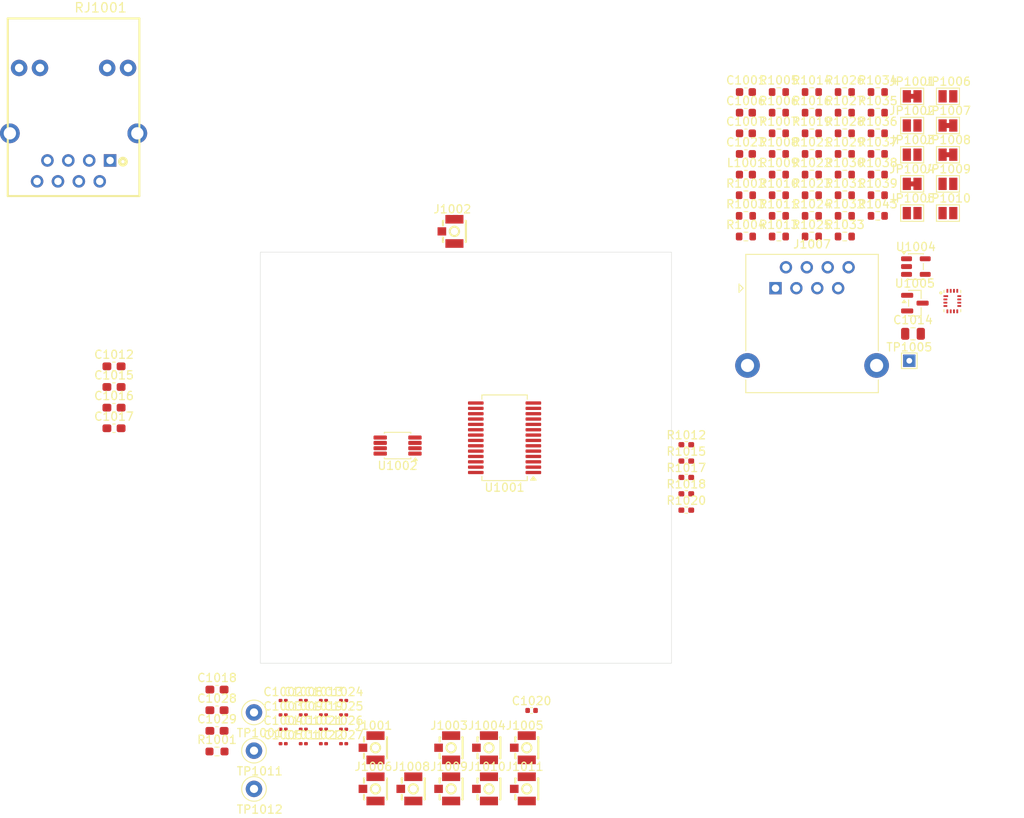
<source format=kicad_pcb>
(kicad_pcb (version 20241229) (generator "pcbnew") (generator_version "9.0")
  (layers (0 "F.Cu" signal) (2 "B.Cu" signal) (13 "F.Paste" user) (15 "B.Paste" user) (5 "F.SilkS" user "F.Silkscreen") (7 "B.SilkS" user "B.Silkscreen") (1 "F.Mask" user) (3 "B.Mask" user) (25 "Edge.Cuts" user))
  (net 0 "")
  (net 1 "/analog-frontend/ADC_REFBF")
  (net 2 "/analog-frontend/ADC_REFTF")
  (net 3 "GND")
  (net 4 "VDDA")
  (net 5 "VCORE_3V3")
  (net 6 "/analog-frontend/ADC_VOCM_BUFF")
  (net 7 "Net-(C1012-Pad1)")
  (net 8 "Net-(U1002--)")
  (net 9 "/analog-frontend/ADC_VREF")
  (net 10 "/analog-frontend/ADC_AIN+")
  (net 11 "/analog-frontend/ADC_AIN-")
  (net 12 "Net-(U1002-+)")
  (net 13 "Net-(C1016-Pad2)")
  (net 14 "Net-(C1017-Pad1)")
  (net 15 "/analog-frontend/RJ45_ADC_AIN-")
  (net 16 "Net-(C1018-Pad1)")
  (net 17 "/analog-frontend/RJ45_ADC_AIN+")
  (net 18 "/analog-frontend/ADC_VOCM_REF")
  (net 19 "Net-(C1028-Pad1)")
  (net 20 "Net-(J1011-In)")
  (net 21 "Net-(J1004-In)")
  (net 22 "Net-(C1029-Pad1)")
  (net 23 "Net-(J1001-In)")
  (net 24 "Net-(J1002-In)")
  (net 25 "Net-(J1003-In)")
  (net 26 "Net-(J1005-In)")
  (net 27 "Net-(J1006-In)")
  (net 32 "Net-(J1008-In)")
  (net 33 "Net-(J1009-In)")
  (net 34 "Net-(J1010-In)")
  (net 35 "Net-(JP1001-B)")
  (net 36 "/analog-frontend/ADC_REFTS")
  (net 37 "/analog-frontend/ADC_REFBS")
  (net 38 "/analog-frontend/ADC_MODE")
  (net 39 "/analog-frontend/ADC_REFSENSE")
  (net 40 "/analog-frontend/ADC_VDDA_2")
  (net 41 "Net-(R1001-Pad2)")
  (net 42 "FPGA_ADC_LED1")
  (net 43 "Net-(R1002-Pad1)")
  (net 44 "FPGA_ADC_LED0")
  (net 45 "Net-(R1004-Pad1)")
  (net 46 "Net-(R1007-Pad2)")
  (net 47 "Net-(R1009-Pad1)")
  (net 48 "Net-(U1003-COM1)")
  (net 49 "Net-(U1002-~{PD})")
  (net 50 "Net-(U1003-COM2)")
  (net 51 "Net-(R1018-Pad2)")
  (net 52 "Net-(R1019-Pad1)")
  (net 53 "Net-(U1001-CLAMPIN)")
  (net 54 "Net-(U1004--)")
  (net 55 "Net-(U1005-REF)")
  (net 56 "Net-(R1039-Pad2)")
  (net 57 "/analog-frontend/MAG_ADC_AIN+")
  (net 58 "/analog-frontend/MAG_ADC_AIN-")
  (net 60 "FPGA_ADC_SW")
  (net 61 "/analog-frontend/ADC.D1")
  (net 62 "/analog-frontend/ADC.CLK")
  (net 63 "/analog-frontend/ADC.D8")
  (net 64 "/analog-frontend/ADC.D3")
  (net 65 "/analog-frontend/ADC.D9")
  (net 66 "/analog-frontend/ADC.D0")
  (net 67 "/analog-frontend/ADC.D4")
  (net 68 "/analog-frontend/ADC.D7")
  (net 69 "/analog-frontend/ADC.D5")
  (net 70 "/analog-frontend/ADC.OTR")
  (net 71 "/analog-frontend/ADC.D2")
  (net 72 "/analog-frontend/ADC.D6")
  (footprint "Capacitor_SMD:C_0201_0603Metric" (layer "F.Cu") (at 105.225 158.03)
    (property "Reference" "C1010" (at 0 -1.05 0) (layer "F.SilkS"))
    (property "Value" "0.1uF")
    (pad "1" smd roundrect (at -0.32 0) (size 0.46 0.4) (layers "F.Cu" "F.Mask") (net 6 "/analog-frontend/ADC_VOCM_BUFF"))
    (pad "2" smd roundrect (at 0.32 0) (size 0.46 0.4) (layers "F.Cu" "F.Mask") (net 3 "GND"))
  )
  (footprint "Capacitor_SMD:C_0201_0603Metric" (layer "F.Cu") (at 102.775 159.78)
    (property "Reference" "C1005" (at 0 -1.05 0) (layer "F.SilkS"))
    (property "Value" "0.1uF")
    (pad "1" smd roundrect (at -0.32 0) (size 0.46 0.4) (layers "F.Cu" "F.Mask") (net 4 "VDDA"))
    (pad "2" smd roundrect (at 0.32 0) (size 0.46 0.4) (layers "F.Cu" "F.Mask") (net 3 "GND"))
  )
  (footprint "Capacitor_SMD:C_0603_1608Metric_Pad1.08x0.95mm_HandSolder" (layer "F.Cu") (at 94.725 155.71)
    (property "Reference" "C1028" (at 0 -1.43 0) (layer "F.SilkS"))
    (property "Value" "100 nF +-5%")
    (pad "1" smd roundrect (at -0.8625 0) (size 1.075 0.95) (layers "F.Cu" "F.Mask" "F.Paste") (net 19 "Net-(C1028-Pad1)"))
    (pad "2" smd roundrect (at 0.8625 0) (size 1.075 0.95) (layers "F.Cu" "F.Mask" "F.Paste") (net 20 "Net-(J1011-In)"))
  )
  (footprint "Package_TO_SOT_SMD:SOT-23" (layer "F.Cu") (at 179.6 106.2)
    (property "Reference" "U1005" (at 0 -2.4 0) (layer "F.SilkS"))
    (property "Value" "TL432DBZ")
    (pad "1" smd roundrect (at -0.9375 -0.95) (size 1.475 0.6) (layers "F.Cu" "F.Mask" "F.Paste") (net 55 "Net-(U1005-REF)"))
    (pad "2" smd roundrect (at -0.9375 0.95) (size 1.475 0.6) (layers "F.Cu" "F.Mask" "F.Paste") (net 18 "/analog-frontend/ADC_VOCM_REF"))
    (pad "3" smd roundrect (at 0.9375 0) (size 1.475 0.6) (layers "F.Cu" "F.Mask" "F.Paste") (net 3 "GND"))
  )
  (footprint "Jumper:SolderJumper-2_P1.3mm_Bridged_Pad1.0x1.5mm" (layer "F.Cu") (at 179.27 81.05)
    (property "Reference" "JP1001" (at 0 -1.8 0) (layer "F.SilkS"))
    (property "Value" "SolderJumper_2_Bridged")
    (fp_poly (pts (xy -0.25 -0.3) (xy 0.25 -0.3) (xy 0.25 0.3) (xy -0.25 0.3)) (fill yes) (layer "F.Cu"))
    (pad "1" smd rect (at -0.65 0) (size 1 1.5) (layers "F.Cu" "F.Mask") (net 3 "GND"))
    (pad "2" smd rect (at 0.65 0) (size 1 1.5) (layers "F.Cu" "F.Mask") (net 35 "Net-(JP1001-B)"))
  )
  (footprint "Capacitor_SMD:C_0201_0603Metric" (layer "F.Cu") (at 102.775 156.28)
    (property "Reference" "C1003" (at 0 -1.05 0) (layer "F.SilkS"))
    (property "Value" "0.1uF")
    (pad "1" smd roundrect (at -0.32 0) (size 0.46 0.4) (layers "F.Cu" "F.Mask") (net 2 "/analog-frontend/ADC_REFTF"))
    (pad "2" smd roundrect (at 0.32 0) (size 0.46 0.4) (layers "F.Cu" "F.Mask") (net 3 "GND"))
  )
  (footprint "Resistor_SMD:R_0603_1608Metric_Pad0.98x0.95mm_HandSolder" (layer "F.Cu") (at 94.725 160.73)
    (property "Reference" "R1001" (at 0 -1.43 0) (layer "F.SilkS"))
    (property "Value" "0")
    (pad "1" smd roundrect (at -0.9125 0) (size 0.975 0.95) (layers "F.Cu" "F.Mask" "F.Paste") (net 3 "GND"))
    (pad "2" smd roundrect (at 0.9125 0) (size 0.975 0.95) (layers "F.Cu" "F.Mask" "F.Paste") (net 41 "Net-(R1001-Pad2)"))
  )
  (footprint "Capacitor_SMD:C_0603_1608Metric_Pad1.08x0.95mm_HandSolder" (layer "F.Cu") (at 82.2 116.4)
    (property "Reference" "C1015" (at 0 -1.43 0) (layer "F.SilkS"))
    (property "Value" "10pF")
    (pad "1" smd roundrect (at -0.8625 0) (size 1.075 0.95) (layers "F.Cu" "F.Mask" "F.Paste") (net 11 "/analog-frontend/ADC_AIN-"))
    (pad "2" smd roundrect (at 0.8625 0) (size 1.075 0.95) (layers "F.Cu" "F.Mask" "F.Paste") (net 10 "/analog-frontend/ADC_AIN+"))
  )
  (footprint "Capacitor_SMD:C_0201_0603Metric" (layer "F.Cu") (at 107.675 159.78)
    (property "Reference" "C1022" (at 0 -1.05 0) (layer "F.SilkS"))
    (property "Value" "10nF")
    (pad "1" smd roundrect (at -0.32 0) (size 0.46 0.4) (layers "F.Cu" "F.Mask") (net 18 "/analog-frontend/ADC_VOCM_REF"))
    (pad "2" smd roundrect (at 0.32 0) (size 0.46 0.4) (layers "F.Cu" "F.Mask") (net 3 "GND"))
  )
  (footprint "TestPoint:TestPoint_THTPad_1.5x1.5mm_Drill0.7mm" (layer "F.Cu") (at 178.92 113.21)
    (property "Reference" "TP1005" (at 0 -1.648 0) (layer "F.SilkS"))
    (property "Value" "TestPoint")
    (pad "1" thru_hole rect (at 0 0) (size 1.5 1.5) (drill 0.7) (layers "*.Cu" "*.Mask") (net 60 "FPGA_ADC_SW"))
  )
  (footprint "Resistor_SMD:R_0603_1608Metric" (layer "F.Cu") (at 167.07 90.57)
    (property "Reference" "R1022" (at 0 -1.43 0) (layer "F.SilkS"))
    (property "Value" "0")
    (pad "1" smd roundrect (at -0.825 0) (size 0.8 0.95) (layers "F.Cu" "F.Mask" "F.Paste") (net 11 "/analog-frontend/ADC_AIN-"))
    (pad "2" smd roundrect (at 0.825 0) (size 0.8 0.95) (layers "F.Cu" "F.Mask" "F.Paste") (net 27 "Net-(J1006-In)"))
  )
  (footprint "Inductor_SMD:L_0603_1608Metric" (layer "F.Cu") (at 159.05 90.57)
    (property "Reference" "L1001" (at 0 -1.43 0) (layer "F.SilkS"))
    (property "Value" "120@100MHz")
    (pad "1" smd roundrect (at -0.7875 0) (size 0.875 0.95) (layers "F.Cu" "F.Mask" "F.Paste") (net 5 "VCORE_3V3"))
    (pad "2" smd roundrect (at 0.7875 0) (size 0.875 0.95) (layers "F.Cu" "F.Mask" "F.Paste") (net 4 "VDDA"))
  )
  (footprint "Resistor_SMD:R_0402_1005Metric_Pad0.72x0.64mm_HandSolder" (layer "F.Cu") (at 151.8 127.4)
    (property "Reference" "R1017" (at 0 -1.17 0) (layer "F.SilkS"))
    (property "Value" "0")
    (pad "1" smd roundrect (at -0.5975 0) (size 0.715 0.64) (layers "F.Cu" "F.Mask" "F.Paste") (net 47 "Net-(R1009-Pad1)"))
    (pad "2" smd roundrect (at 0.5975 0) (size 0.715 0.64) (layers "F.Cu" "F.Mask" "F.Paste") (net 10 "/analog-frontend/ADC_AIN+"))
  )
  (footprint "Resistor_SMD:R_0603_1608Metric" (layer "F.Cu") (at 175.09 95.59)
    (property "Reference" "R1043" (at 0 -1.43 0) (layer "F.SilkS"))
    (property "Value" "0")
    (pad "1" smd roundrect (at -0.825 0) (size 0.8 0.95) (layers "F.Cu" "F.Mask" "F.Paste") (net 15 "/analog-frontend/RJ45_ADC_AIN-"))
    (pad "2" smd roundrect (at 0.825 0) (size 0.8 0.95) (layers "F.Cu" "F.Mask" "F.Paste") (net 26 "Net-(J1005-In)"))
  )
  (footprint "Capacitor_SMD:C_0603_1608Metric_Pad1.08x0.95mm_HandSolder" (layer "F.Cu") (at 82.2 121.42)
    (property "Reference" "C1017" (at 0 -1.43 0) (layer "F.SilkS"))
    (property "Value" "100 nF +-5%")
    (pad "1" smd roundrect (at -0.8625 0) (size 1.075 0.95) (layers "F.Cu" "F.Mask" "F.Paste") (net 14 "Net-(C1017-Pad1)"))
    (pad "2" smd roundrect (at 0.8625 0) (size 1.075 0.95) (layers "F.Cu" "F.Mask" "F.Paste") (net 15 "/analog-frontend/RJ45_ADC_AIN-"))
  )
  (footprint "Capacitor_SMD:C_0201_0603Metric" (layer "F.Cu") (at 107.675 154.53)
    (property "Reference" "C1013" (at 0 -1.05 0) (layer "F.SilkS"))
    (property "Value" "0.1uF")
    (pad "1" smd roundrect (at -0.32 0) (size 0.46 0.4) (layers "F.Cu" "F.Mask") (net 9 "/analog-frontend/ADC_VREF"))
    (pad "2" smd roundrect (at 0.32 0) (size 0.46 0.4) (layers "F.Cu" "F.Mask") (net 3 "GND"))
  )
  (footprint "Resistor_SMD:R_0603_1608Metric" (layer "F.Cu") (at 171.08 95.59)
    (property "Reference" "R1032" (at 0 -1.43 0) (layer "F.SilkS"))
    (property "Value" "1k")
    (pad "1" smd roundrect (at -0.825 0) (size 0.8 0.95) (layers "F.Cu" "F.Mask" "F.Paste") (net 4 "VDDA"))
    (pad "2" smd roundrect (at 0.825 0) (size 0.8 0.95) (layers "F.Cu" "F.Mask" "F.Paste") (net 18 "/analog-frontend/ADC_VOCM_REF"))
  )
  (footprint "Resistor_SMD:R_0603_1608Metric" (layer "F.Cu") (at 175.09 88.06)
    (property "Reference" "R1037" (at 0 -1.43 0) (layer "F.SilkS"))
    (property "Value" "1k")
    (pad "1" smd roundrect (at -0.825 0) (size 0.8 0.95) (layers "F.Cu" "F.Mask" "F.Paste") (net 18 "/analog-frontend/ADC_VOCM_REF"))
    (pad "2" smd roundrect (at 0.825 0) (size 0.8 0.95) (layers "F.Cu" "F.Mask" "F.Paste") (net 3 "GND"))
  )
  (footprint "iw-connector:BWU.FL-IPEX1" (layer "F.Cu") (at 122.4375 160.275)
    (property "Reference" "J1003" (at 0.5125 -2.7 0) (layer "F.SilkS"))
    (property "Value" "BWU.FL-IPEX1")
    (pad "1" smd rect (at -0.7625 0 180) (size 1.05 1) (layers "F.Cu" "F.Mask" "F.Paste") (net 25 "Net-(J1003-In)"))
    (pad "2" smd rect (at 0.7625 -1.475 180) (size 2.2 1.05) (layers "F.Cu" "F.Mask" "F.Paste") (net 3 "GND"))
    (pad "2" smd rect (at 0.7625 1.475 180) (size 2.2 1.05) (layers "F.Cu" "F.Mask" "F.Paste") (net 3 "GND"))
  )
  (footprint "Resistor_SMD:R_0603_1608Metric" (layer "F.Cu") (at 175.09 90.57)
    (property "Reference" "R1038" (at 0 -1.43 0) (layer "F.SilkS"))
    (property "Value" "4.7k")
    (pad "1" smd roundrect (at -0.825 0) (size 0.8 0.95) (layers "F.Cu" "F.Mask" "F.Paste") (net 55 "Net-(U1005-REF)"))
    (pad "2" smd roundrect (at 0.825 0) (size 0.8 0.95) (layers "F.Cu" "F.Mask" "F.Paste") (net 3 "GND"))
  )
  (footprint "Capacitor_SMD:C_0201_0603Metric" (layer "F.Cu") (at 110.125 154.53)
    (property "Reference" "C1024" (at 0 -1.05 0) (layer "F.SilkS"))
    (property "Value" "0.1uF")
    (pad "1" smd roundrect (at -0.32 0) (size 0.46 0.4) (layers "F.Cu" "F.Mask") (net 4 "VDDA"))
    (pad "2" smd roundrect (at 0.32 0) (size 0.46 0.4) (layers "F.Cu" "F.Mask") (net 3 "GND"))
  )
  (footprint "TestPoint:TestPoint_Loop_D1.80mm_Drill1.0mm_Beaded" (layer "F.Cu") (at 99.225 165.28)
    (property "Reference" "TP1012" (at 0.7 2.5 0) (layer "F.SilkS"))
    (property "Value" "TestPoint")
    (pad "1" thru_hole circle (at 0 0) (size 2 2) (drill 1) (layers "*.Cu" "*.Mask") (net 6 "/analog-frontend/ADC_VOCM_BUFF"))
  )
  (footprint "Jumper:SolderJumper-2_P1.3mm_Bridged_Pad1.0x1.5mm" (layer "F.Cu") (at 183.62 88.15)
    (property "Reference" "JP1008" (at 0 -1.8 0) (layer "F.SilkS"))
    (property "Value" "SolderJumper_2_Bridged")
    (fp_poly (pts (xy -0.25 -0.3) (xy 0.25 -0.3) (xy 0.25 0.3) (xy -0.25 0.3)) (fill yes) (layer "F.Cu"))
    (pad "1" smd rect (at -0.65 0) (size 1 1.5) (layers "F.Cu" "F.Mask") (net 40 "/analog-frontend/ADC_VDDA_2"))
    (pad "2" smd rect (at 0.65 0) (size 1 1.5) (layers "F.Cu" "F.Mask") (net 38 "/analog-frontend/ADC_MODE"))
  )
  (footprint "Capacitor_SMD:C_0201_0603Metric" (layer "F.Cu") (at 110.125 158.03)
    (property "Reference" "C1026" (at 0 -1.05 0) (layer "F.SilkS"))
    (property "Value" "0.1uF")
    (pad "1" smd roundrect (at -0.32 0) (size 0.46 0.4) (layers "F.Cu" "F.Mask") (net 6 "/analog-frontend/ADC_VOCM_BUFF"))
    (pad "2" smd roundrect (at 0.32 0) (size 0.46 0.4) (layers "F.Cu" "F.Mask") (net 3 "GND"))
  )
  (footprint "Jumper:SolderJumper-2_P1.3mm_Open_Pad1.0x1.5mm" (layer "F.Cu") (at 179.27 84.6)
    (property "Reference" "JP1002" (at 0 -1.8 0) (layer "F.SilkS"))
    (property "Value" "SolderJumper_2_Open")
    (pad "1" smd rect (at -0.65 0) (size 1 1.5) (layers "F.Cu" "F.Mask") (net 9 "/analog-frontend/ADC_VREF"))
    (pad "2" smd rect (at 0.65 0) (size 1 1.5) (layers "F.Cu" "F.Mask") (net 36 "/analog-frontend/ADC_REFTS"))
  )
  (footprint "Capacitor_SMD:C_0201_0603Metric" (layer "F.Cu") (at 110.125 159.78)
    (property "Reference" "C1027" (at 0 -1.05 0) (layer "F.SilkS"))
    (property "Value" "0.1uF")
    (pad "1" smd roundrect (at -0.32 0) (size 0.46 0.4) (layers "F.Cu" "F.Mask") (net 6 "/analog-frontend/ADC_VOCM_BUFF"))
    (pad "2" smd roundrect (at 0.32 0) (size 0.46 0.4) (layers "F.Cu" "F.Mask") (net 3 "GND"))
  )
  (footprint "Resistor_SMD:R_0402_1005Metric_Pad0.72x0.64mm_HandSolder" (layer "F.Cu") (at 151.8 129.39)
    (property "Reference" "R1018" (at 0 -1.17 0) (layer "F.SilkS"))
    (property "Value" "0")
    (pad "1" smd roundrect (at -0.5975 0) (size 0.715 0.64) (layers "F.Cu" "F.Mask" "F.Paste") (net 50 "Net-(U1003-COM2)"))
    (pad "2" smd roundrect (at 0.5975 0) (size 0.715 0.64) (layers "F.Cu" "F.Mask" "F.Paste") (net 51 "Net-(R1018-Pad2)"))
  )
  (footprint "Jumper:SolderJumper-2_P1.3mm_Bridged_Pad1.0x1.5mm" (layer "F.Cu") (at 179.27 91.7)
    (property "Reference" "JP1004" (at 0 -1.8 0) (layer "F.SilkS"))
    (property "Value" "SolderJumper_2_Bridged")
    (fp_poly (pts (xy -0.25 -0.3) (xy 0.25 -0.3) (xy 0.25 0.3) (xy -0.25 0.3)) (fill yes) (layer "F.Cu"))
    (pad "1" smd rect (at -0.65 0) (size 1 1.5) (layers "F.Cu" "F.Mask") (net 37 "/analog-frontend/ADC_REFBS"))
    (pad "2" smd rect (at 0.65 0) (size 1 1.5) (layers "F.Cu" "F.Mask") (net 36 "/analog-frontend/ADC_REFTS"))
  )
  (footprint "Resistor_SMD:R_0603_1608Metric" (layer "F.Cu") (at 171.08 88.06)
    (property "Reference" "R1029" (at 0 -1.43 0) (layer "F.SilkS"))
    (property "Value" "10k")
    (pad "1" smd roundrect (at -0.825 0) (size 0.8 0.95) (layers "F.Cu" "F.Mask" "F.Paste") (net 17 "/analog-frontend/RJ45_ADC_AIN+"))
    (pad "2" smd roundrect (at 0.825 0) (size 0.8 0.95) (layers "F.Cu" "F.Mask" "F.Paste") (net 6 "/analog-frontend/ADC_VOCM_BUFF"))
  )
  (footprint "Resistor_SMD:R_0603_1608Metric" (layer "F.Cu") (at 163.06 80.53)
    (property "Reference" "R1005" (at 0 -1.43 0) (layer "F.SilkS"))
    (property "Value" "470")
    (pad "1" smd roundrect (at -0.825 0) (size 0.8 0.95) (layers "F.Cu" "F.Mask" "F.Paste") (net 3 "GND"))
    (pad "2" smd roundrect (at 0.825 0) (size 0.8 0.95) (layers "F.Cu" "F.Mask" "F.Paste") (net 44 "FPGA_ADC_LED0"))
  )
  (footprint "Jumper:SolderJumper-2_P1.3mm_Open_Pad1.0x1.5mm" (layer "F.Cu") (at 183.62 91.7)
    (property "Reference" "JP1009" (at 0 -1.8 0) (layer "F.SilkS"))
    (property "Value" "SolderJumper_2_Open")
    (pad "1" smd rect (at -0.65 0) (size 1 1.5) (layers "F.Cu" "F.Mask") (net 3 "GND"))
    (pad "2" smd rect (at 0.65 0) (size 1 1.5) (layers "F.Cu" "F.Mask") (net 39 "/analog-frontend/ADC_REFSENSE"))
  )
  (footprint "Capacitor_SMD:C_0402_1005Metric" (layer "F.Cu") (at 132.985 155.74)
    (property "Reference" "C1020" (at 0 -1.16 0) (layer "F.SilkS"))
    (property "Value" "220nF")
    (pad "1" smd roundrect (at -0.48 0) (size 0.56 0.62) (layers "F.Cu" "F.Mask" "F.Paste") (net 3 "GND"))
    (pad "2" smd roundrect (at 0.48 0) (size 0.56 0.62) (layers "F.Cu" "F.Mask" "F.Paste") (net 6 "/analog-frontend/ADC_VOCM_BUFF"))
  )
  (footprint "Jumper:SolderJumper-2_P1.3mm_Bridged_Pad1.0x1.5mm" (layer "F.Cu") (at 183.62 84.6)
    (property "Reference" "JP1007" (at 0 -1.8 0) (layer "F.SilkS"))
    (property "Value" "SolderJumper_2_Bridged")
    (fp_poly (pts (xy -0.25 -0.3) (xy 0.25 -0.3) (xy 0.25 0.3) (xy -0.25 0.3)) (fill yes) (layer "F.Cu"))
    (pad "1" smd rect (at -0.65 0) (size 1 1.5) (layers "F.Cu" "F.Mask") (net 9 "/analog-frontend/ADC_VREF"))
    (pad "2" smd rect (at 0.65 0) (size 1 1.5) (layers "F.Cu" "F.Mask") (net 39 "/analog-frontend/ADC_REFSENSE"))
  )
  (footprint "Package_SO:SSOP-28_5.3x10.2mm_P0.65mm" (layer "F.Cu") (at 129.7 122.575 180)
    (property "Reference" "U1001" (at 0 -6.05 0) (layer "F.SilkS"))
    (property "Value" "MS9280")
    (pad "1" smd roundrect (at -3.5 -4.225 180) (size 1.9 0.4) (layers "F.Cu" "F.Mask" "F.Paste") (net 3 "GND"))
    (pad "2" smd roundrect (at -3.5 -3.575 180) (size 1.9 0.4) (layers "F.Cu" "F.Mask" "F.Paste") (net 5 "VCORE_3V3"))
    (pad "3" smd roundrect (at -3.5 -2.925 180) (size 1.9 0.4) (layers "F.Cu" "F.Mask" "F.Paste") (net 66 "/analog-frontend/ADC.D0"))
    (pad "4" smd roundrect (at -3.5 -2.275 180) (size 1.9 0.4) (layers "F.Cu" "F.Mask" "F.Paste") (net 61 "/analog-frontend/ADC.D1"))
    (pad "5" smd roundrect (at -3.5 -1.625 180) (size 1.9 0.4) (layers "F.Cu" "F.Mask" "F.Paste") (net 71 "/analog-frontend/ADC.D2"))
    (pad "6" smd roundrect (at -3.5 -0.975 180) (size 1.9 0.4) (layers "F.Cu" "F.Mask" "F.Paste") (net 64 "/analog-frontend/ADC.D3"))
    (pad "7" smd roundrect (at -3.5 -0.325 180) (size 1.9 0.4) (layers "F.Cu" "F.Mask" "F.Paste") (net 67 "/analog-frontend/ADC.D4"))
    (pad "8" smd roundrect (at -3.5 0.325 180) (size 1.9 0.4) (layers "F.Cu" "F.Mask" "F.Paste") (net 69 "/analog-frontend/ADC.D5"))
    (pad "9" smd roundrect (at -3.5 0.975 180) (size 1.9 0.4) (layers "F.Cu" "F.Mask" "F.Paste") (net 72 "/analog-frontend/ADC.D6"))
    (pad "10" smd roundrect (at -3.5 1.625 180) (size 1.9 0.4) (layers "F.Cu" "F.Mask" "F.Paste") (net 68 "/analog-frontend/ADC.D7"))
    (pad "11" smd roundrect (at -3.5 2.275 180) (size 1.9 0.4) (layers "F.Cu" "F.Mask" "F.Paste") (net 63 "/analog-frontend/ADC.D8"))
    (pad "12" smd roundrect (at -3.5 2.925 180) (size 1.9 0.4) (layers "F.Cu" "F.Mask" "F.Paste") (net 65 "/analog-frontend/ADC.D9"))
    (pad "13" smd roundrect (at -3.5 3.575 180) (size 1.9 0.4) (layers "F.Cu" "F.Mask" "F.Paste") (net 70 "/analog-frontend/ADC.OTR"))
    (pad "14" smd roundrect (at -3.5 4.225 180) (size 1.9 0.4) (layers "F.Cu" "F.Mask" "F.Paste") (net 3 "GND"))
    (pad "15" smd roundrect (at 3.5 4.225 180) (size 1.9 0.4) (layers "F.Cu" "F.Mask" "F.Paste") (net 62 "/analog-frontend/ADC.CLK"))
    (pad "16" smd roundrect (at 3.5 3.575 180) (size 1.9 0.4) (layers "F.Cu" "F.Mask" "F.Paste") (net 35 "Net-(JP1001-B)"))
    (pad "17" smd roundrect (at 3.5 2.925 180) (size 1.9 0.4) (layers "F.Cu" "F.Mask" "F.Paste") (net 35 "Net-(JP1001-B)"))
    (pad "18" smd roundrect (at 3.5 2.275 180) (size 1.9 0.4) (layers "F.Cu" "F.Mask" "F.Paste") (net 39 "/analog-frontend/ADC_REFSENSE"))
    (pad "19" smd roundrect (at 3.5 1.625 180) (size 1.9 0.4) (layers "F.Cu" "F.Mask" "F.Paste") (net 3 "GND"))
    (pad "20" smd roundrect (at 3.5 0.975 180) (size 1.9 0.4) (layers "F.Cu" "F.Mask" "F.Paste") (net 53 "Net-(U1001-CLAMPIN)"))
    (pad "21" smd roundrect (at 3.5 0.325 180) (size 1.9 0.4) (layers "F.Cu" "F.Mask" "F.Paste") (net 36 "/analog-frontend/ADC_REFTS"))
    (pad "22" smd roundrect (at 3.5 -0.325 180) (size 1.9 0.4) (layers "F.Cu" "F.Mask" "F.Paste") (net 2 "/analog-frontend/ADC_REFTF"))
    (pad "23" smd roundrect (at 3.5 -0.975 180) (size 1.9 0.4) (layers "F.Cu" "F.Mask" "F.Paste") (net 38 "/analog-frontend/ADC_MODE"))
    (pad "24" smd roundrect (at 3.5 -1.625 180) (size 1.9 0.4) (layers "F.Cu" "F.Mask" "F.Paste") (net 1 "/analog-frontend/ADC_REFBF"))
    (pad "25" smd roundrect (at 3.5 -2.275 180) (size 1.9 0.4) (layers "F.Cu" "F.Mask" "F.Paste") (net 37 "/analog-frontend/ADC_REFBS"))
    (pad "26" smd roundrect (at 3.5 -2.925 180) (size 1.9 0.4) (layers "F.Cu" "F.Mask" "F.Paste") (net 9 "/analog-frontend/ADC_VREF"))
    (pad "27" smd roundrect (at 3.5 -3.575 180) (size 1.9 0.4) (layers "F.Cu" "F.Mask" "F.Paste") (net 10 "/analog-frontend/ADC_AIN+"))
    (pad "28" smd roundrect (at 3.5 -4.225 180) (size 1.9 0.4) (layers "F.Cu" "F.Mask" "F.Paste") (net 4 "VDDA"))
  )
  (footprint "Capacitor_SMD:C_0201_0603Metric" (layer "F.Cu") (at 102.775 154.53)
    (property "Reference" "C1002" (at 0 -1.05 0) (layer "F.SilkS"))
    (property "Value" "0.1uF")
    (pad "1" smd roundrect (at -0.32 0) (size 0.46 0.4) (layers "F.Cu" "F.Mask") (net 2 "/analog-frontend/ADC_REFTF"))
    (pad "2" smd roundrect (at 0.32 0) (size 0.46 0.4) (layers "F.Cu" "F.Mask") (net 1 "/analog-frontend/ADC_REFBF"))
  )
  (footprint "Capacitor_SMD:C_0603_1608Metric" (layer "F.Cu") (at 159.05 80.53)
    (property "Reference" "C1001" (at 0 -1.43 0) (layer "F.SilkS"))
    (property "Value" "10uF")
    (pad "1" smd roundrect (at -0.775 0) (size 0.9 0.95) (layers "F.Cu" "F.Mask" "F.Paste") (net 2 "/analog-frontend/ADC_REFTF"))
    (pad "2" smd roundrect (at 0.775 0) (size 0.9 0.95) (layers "F.Cu" "F.Mask" "F.Paste") (net 1 "/analog-frontend/ADC_REFBF"))
  )
  (footprint "iw-connector:BWU.FL-IPEX1" (layer "F.Cu") (at 122.8375 97.475)
    (property "Reference" "J1002" (at 0.5125 -2.7 0) (layer "F.SilkS"))
    (property "Value" "BWU.FL-IPEX1")
    (pad "1" smd rect (at -0.7625 0 180) (size 1.05 1) (layers "F.Cu" "F.Mask" "F.Paste") (net 24 "Net-(J1002-In)"))
    (pad "2" smd rect (at 0.7625 -1.475 180) (size 2.2 1.05) (layers "F.Cu" "F.Mask" "F.Paste") (net 3 "GND"))
    (pad "2" smd rect (at 0.7625 1.475 180) (size 2.2 1.05) (layers "F.Cu" "F.Mask" "F.Paste") (net 3 "GND"))
  )
  (footprint "Capacitor_SMD:C_0603_1608Metric_Pad1.08x0.95mm_HandSolder" (layer "F.Cu") (at 94.725 153.2)
    (property "Reference" "C1018" (at 0 -1.43 0) (layer "F.SilkS"))
    (property "Value" "100 nF +-5%")
    (pad "1" smd roundrect (at -0.8625 0) (size 1.075 0.95) (layers "F.Cu" "F.Mask" "F.Paste") (net 16 "Net-(C1018-Pad1)"))
    (pad "2" smd roundrect (at 0.8625 0) (size 1.075 0.95) (layers "F.Cu" "F.Mask" "F.Paste") (net 17 "/analog-frontend/RJ45_ADC_AIN+"))
  )
  (footprint "Jumper:SolderJumper-2_P1.3mm_Open_Pad1.0x1.5mm" (layer "F.Cu") (at 179.27 88.15)
    (property "Reference" "JP1003" (at 0 -1.8 0) (layer "F.SilkS"))
    (property "Value" "SolderJumper_2_Open")
    (pad "1" smd rect (at -0.65 0) (size 1 1.5) (layers "F.Cu" "F.Mask") (net 4 "VDDA"))
    (pad "2" smd rect (at 0.65 0) (size 1 1.5) (layers "F.Cu" "F.Mask") (net 36 "/analog-frontend/ADC_REFTS"))
  )
  (footprint "Resistor_SMD:R_0603_1608Metric" (layer "F.Cu") (at 175.09 83.04)
    (property "Reference" "R1035" (at 0 -1.43 0) (layer "F.SilkS"))
    (property "Value" "1k5")
    (pad "1" smd roundrect (at -0.825 0) (size 0.8 0.95) (layers "F.Cu" "F.Mask" "F.Paste") (net 18 "/analog-frontend/ADC_VOCM_REF"))
    (pad "2" smd roundrect (at 0.825 0) (size 0.8 0.95) (layers "F.Cu" "F.Mask" "F.Paste") (net 55 "Net-(U1005-REF)"))
  )
  (footprint "Resistor_SMD:R_0603_1608Metric" (layer "F.Cu") (at 167.07 80.53)
    (property "Reference" "R1014" (at 0 -1.43 0) (layer "F.SilkS"))
    (property "Value" "0")
    (pad "1" smd roundrect (at -0.825 0) (size 0.8 0.95) (layers "F.Cu" "F.Mask" "F.Paste") (net 11 "/analog-frontend/ADC_AIN-"))
    (pad "2" smd roundrect (at 0.825 0) (size 0.8 0.95) (layers "F.Cu" "F.Mask" "F.Paste") (net 36 "/analog-frontend/ADC_REFTS"))
  )
  (footprint "iw-connector:RJ45-TH_HR913550A" (layer "F.Cu") (at 77.285082 84.494957)
    (property "Reference" "RJ1001" (at 0 -14.223365 0) (layer "F.SilkS") (effects (font (size 1.143 1.143) (thickness 0.1524)) (justify left)))
    (property "Value" "HR913550A" (hide yes))
    (pad "" np_thru_hole circle (at -5.70992 -1.995043) (size 3.249981 3.249981) (drill 3.249981) (layers "*.Cu" "*.Mask"))
    (pad "" np_thru_hole circle (at 5.70992 -1.995043) (size 3.249981 3.249981) (drill 3.249981) (layers "*.Cu" "*.Mask"))
    (pad "1" thru_hole rect (at 4.43992 4.354957 90) (size 1.524 1.524) (drill 0.900024) (layers "*.Cu" "*.Mask") (net 58 "/analog-frontend/MAG_ADC_AIN-"))
    (pad "2" thru_hole circle (at 3.18008 6.894957 90) (size 1.524 1.524) (drill 0.900024) (layers "*.Cu" "*.Mask") (net 57 "/analog-frontend/MAG_ADC_AIN+"))
    (pad "3" thru_hole circle (at 1.89992 4.354957 90) (size 1.524 1.524) (drill 0.900024) (layers "*.Cu" "*.Mask") (net 33 "Net-(J1009-In)"))
    (pad "4" thru_hole circle (at 0.64008 6.894957 90) (size 1.524 1.524) (drill 0.900024) (layers "*.Cu" "*.Mask") (net 56 "Net-(R1039-Pad2)"))
    (pad "5" thru_hole circle (at -0.64008 4.354957 90) (size 1.524 1.524) (drill 0.900024) (layers "*.Cu" "*.Mask") (net 3 "GND"))
    (pad "6" thru_hole circle (at -1.89992 6.894957 90) (size 1.524 1.524) (drill 0.900024) (layers "*.Cu" "*.Mask") (net 34 "Net-(J1010-In)"))
    (pad "7" thru_hole circle (at -3.18008 4.354957 90) (size 1.524 1.524) (drill 0.900024) (layers "*.Cu" "*.Mask"))
    (pad "8" thru_hole circle (at -4.43992 6.894957 90) (size 1.524 1.524) (drill 0.900024) (layers "*.Cu" "*.Mask") (net 3 "GND"))
    (pad "9" thru_hole circle (at 6.625082 -6.894957 90) (size 1.999996 1.999996) (drill 1.020013) (layers "*.Cu" "*.Mask") (net 4 "VDDA"))
    (pad "10" thru_hole circle (at 4.085082 -6.894957 90) (size 1.999996 1.999996) (drill 1.020013) (layers "*.Cu" "*.Mask") (net 45 "Net-(R1004-Pad1)"))
    (pad "11" thru_hole circle (at -4.085082 -6.894957 90) (size 1.999996 1.999996) (drill 1.020013) (layers "*.Cu" "*.Mask") (net 43 "Net-(R1002-Pad1)"))
    (pad "12" thru_hole circle (at -6.625082 -6.894957 90) (size 1.999996 1.999996) (drill 1.020013) (layers "*.Cu" "*.Mask") (net 4 "VDDA"))
    (pad "13" thru_hole circle (at 7.750048 1.054989 90) (size 2.400046 2.400046) (drill 1.500022) (layers "*.Cu" "*.Mask") (net 41 "Net-(R1001-Pad2)"))
    (pad "14" thru_hole circle (at -7.750048 1.054989 90) (size 2.400046 2.400046) (drill 1.500022) (layers "*.Cu" "*.Mask") (net 41 "Net-(R1001-Pad2)"))
  )
  (footprint "Resistor_SMD:R_0603_1608Metric" (layer "F.Cu") (at 171.08 93.08)
    (property "Reference" "R1031" (at 0 -1.43 0) (layer "F.SilkS"))
    (property "Value" "1k")
    (pad "1" smd roundrect (at -0.825 0) (size 0.8 0.95) (layers "F.Cu" "F.Mask" "F.Paste") (net 40 "/analog-frontend/ADC_VDDA_2"))
    (pad "2" smd roundrect (at 0.825 0) (size 0.8 0.95) (layers "F.Cu" "F.Mask" "F.Paste") (net 3 "GND"))
  )
  (footprint "Capacitor_SMD:C_0201_0603Metric" (layer "F.Cu") (at 107.675 156.28)
    (property "Reference" "C1019" (at 0 -1.05 0) (layer "F.SilkS"))
    (property "Value" "0.1uF")
    (pad "1" smd roundrect (at -0.32 0) (size 0.46 0.4) (layers "F.Cu" "F.Mask") (net 4 "VDDA"))
    (pad "2" smd roundrect (at 0.32 0) (size 0.46 0.4) (layers "F.Cu" "F.Mask") (net 3 "GND"))
  )
  (footprint "Capacitor_SMD:C_0603_1608Metric" (layer "F.Cu") (at 159.05 83.04)
    (property "Reference" "C1006" (at 0 -1.43 0) (layer "F.SilkS"))
    (property "Value" "10uF")
    (pad "1" smd roundrect (at -0.775 0) (size 0.9 0.95) (layers "F.Cu" "F.Mask" "F.Paste") (net 4 "VDDA"))
    (pad "2" smd roundrect (at 0.775 0) (size 0.9 0.95) (layers "F.Cu" "F.Mask" "F.Paste") (net 3 "GND"))
  )
  (footprint "Resistor_SMD:R_0603_1608Metric" (layer "F.Cu") (at 167.07 93.08)
    (property "Reference" "R1023" (at 0 -1.43 0) (layer "F.SilkS"))
    (property "Value" "10k")
    (pad "1" smd roundrect (at -0.825 0) (size 0.8 0.95) (layers "F.Cu" "F.Mask" "F.Paste") (net 6 "/analog-frontend/ADC_VOCM_BUFF"))
    (pad "2" smd roundrect (at 0.825 0) (size 0.8 0.95) (layers "F.Cu" "F.Mask" "F.Paste") (net 27 "Net-(J1006-In)"))
  )
  (footprint "Resistor_SMD:R_0603_1608Metric" (layer "F.Cu") (at 167.07 83.04)
    (property "Reference" "R1016" (at 0 -1.43 0) (layer "F.SilkS"))
    (property "Value" "47")
    (pad "1" smd roundrect (at -0.825 0) (size 0.8 0.95) (layers "F.Cu" "F.Mask" "F.Paste") (net 47 "Net-(R1009-Pad1)"))
    (pad "2" smd roundrect (at 0.825 0) (size 0.8 0.95) (layers "F.Cu" "F.Mask" "F.Paste") (net 7 "Net-(C1012-Pad1)"))
  )
  (footprint "Resistor_SMD:R_0603_1608Metric" (layer "F.Cu") (at 171.08 80.53)
    (property "Reference" "R1026" (at 0 -1.43 0) (layer "F.SilkS"))
    (property "Value" "0")
    (pad "1" smd roundrect (at -0.825 0) (size 0.8 0.95) (layers "F.Cu" "F.Mask" "F.Paste") (net 51 "Net-(R1018-Pad2)"))
    (pad "2" smd roundrect (at 0.825 0) (size 0.8 0.95) (layers "F.Cu" "F.Mask" "F.Paste") (net 32 "Net-(J1008-In)"))
  )
  (footprint "Jumper:SolderJumper-2_P1.3mm_Open_Pad1.0x1.5mm" (layer "F.Cu") (at 183.62 95.25)
    (property "Reference" "JP1010" (at 0 -1.8 0) (layer "F.SilkS"))
    (property "Value" "SolderJumper_2_Open")
    (pad "1" smd rect (at -0.65 0) (size 1 1.5) (layers "F.Cu" "F.Mask") (net 3 "GND"))
    (pad "2" smd rect (at 0.65 0) (size 1 1.5) (layers "F.Cu" "F.Mask") (net 38 "/analog-frontend/ADC_MODE"))
  )
  (footprint "TestPoint:TestPoint_Loop_D1.80mm_Drill1.0mm_Beaded" (layer "F.Cu") (at 99.225 160.63)
    (property "Reference" "TP1011" (at 0.7 2.5 0) (layer "F.SilkS"))
    (property "Value" "TestPoint")
    (pad "1" thru_hole circle (at 0 0) (size 2 2) (drill 1) (layers "*.Cu" "*.Mask") (net 18 "/analog-frontend/ADC_VOCM_REF"))
  )
  (footprint "Resistor_SMD:R_0603_1608Metric" (layer "F.Cu") (at 167.07 88.06)
    (property "Reference" "R1021" (at 0 -1.43 0) (layer "F.SilkS"))
    (property "Value" "1k")
    (pad "1" smd roundrect (at -0.825 0) (size 0.8 0.95) (layers "F.Cu" "F.Mask" "F.Paste") (net 12 "Net-(U1002-+)"))
    (pad "2" smd roundrect (at 0.825 0) (size 0.8 0.95) (layers "F.Cu" "F.Mask" "F.Paste") (net 51 "Net-(R1018-Pad2)"))
  )
  (footprint "Resistor_SMD:R_0603_1608Metric" (layer "F.Cu") (at 175.09 80.53)
    (property "Reference" "R1034" (at 0 -1.43 0) (layer "F.SilkS"))
    (property "Value" "1k")
    (pad "1" smd roundrect (at -0.825 0) (size 0.8 0.95) (layers "F.Cu" "F.Mask" "F.Paste") (net 4 "VDDA"))
    (pad "2" smd roundrect (at 0.825 0) (size 0.8 0.95) (layers "F.Cu" "F.Mask" "F.Paste") (net 18 "/analog-frontend/ADC_VOCM_REF"))
  )
  (footprint "Jumper:SolderJumper-2_P1.3mm_Open_Pad1.0x1.5mm" (layer "F.Cu") (at 183.62 81.05)
    (property "Reference" "JP1006" (at 0 -1.8 0) (layer "F.SilkS"))
    (property "Value" "SolderJumper_2_Open")
    (pad "1" smd rect (at -0.65 0) (size 1 1.5) (layers "F.Cu" "F.Mask") (net 4 "VDDA"))
    (pad "2" smd rect (at 0.65 0) (size 1 1.5) (layers "F.Cu" "F.Mask") (net 38 "/analog-frontend/ADC_MODE"))
  )
  (footprint "Resistor_SMD:R_0603_1608Metric" (layer "F.Cu") (at 167.07 85.55)
    (property "Reference" "R1019" (at 0 -1.43 0) (layer "F.SilkS"))
    (property "Value" "47")
    (pad "1" smd roundrect (at -0.825 0) (size 0.8 0.95) (layers "F.Cu" "F.Mask" "F.Paste") (net 52 "Net-(R1019-Pad1)"))
    (pad "2" smd roundrect (at 0.825 0) (size 0.8 0.95) (layers "F.Cu" "F.Mask" "F.Paste") (net 13 "Net-(C1016-Pad2)"))
  )
  (footprint "Jumper:SolderJumper-2_P1.3mm_Open_Pad1.0x1.5mm" (layer "F.Cu") (at 179.27 95.25)
    (property "Reference" "JP1005" (at 0 -1.8 0) (layer "F.SilkS"))
    (property "Value" "SolderJumper_2_Open")
    (pad "1" smd rect (at -0.65 0) (size 1 1.5) (layers "F.Cu" "F.Mask") (net 3 "GND"))
    (pad "2" smd rect (at 0.65 0) (size 1 1.5) (layers "F.Cu" "F.Mask") (net 37 "/analog-frontend/ADC_REFBS"))
  )
  (footprint "Resistor_SMD:R_0603_1608Metric" (layer "F.Cu") (at 175.09 85.55)
    (property "Reference" "R1036" (at 0 -1.43 0) (layer "F.SilkS"))
    (property "Value" "1k")
    (pad "1" smd roundrect (at -0.825 0) (size 0.8 0.95) (layers "F.Cu" "F.Mask" "F.Paste") (net 3 "GND"))
    (pad "2" smd roundrect (at 0.825 0) (size 0.8 0.95) (layers "F.Cu" "F.Mask" "F.Paste") (net 54 "Net-(U1004--)"))
  )
  (footprint "iw-connector:BWU.FL-IPEX1" (layer "F.Cu") (at 113.2375 165.275)
    (property "Reference" "J1006" (at 0.5125 -2.7 0) (layer "F.SilkS"))
    (property "Value" "BWU.FL-IPEX1")
    (pad "1" smd rect (at -0.7625 0 180) (size 1.05 1) (layers "F.Cu" "F.Mask" "F.Paste") (net 27 "Net-(J1006-In)"))
    (pad "2" smd rect (at 0.7625 -1.475 180) (size 2.2 1.05) (layers "F.Cu" "F.Mask" "F.Paste") (net 3 "GND"))
    (pad "2" smd rect (at 0.7625 1.475 180) (size 2.2 1.05) (layers "F.Cu" "F.Mask" "F.Paste") (net 3 "GND"))
  )
  (footprint "Capacitor_SMD:C_0201_0603Metric" (layer "F.Cu") (at 107.675 158.03)
    (property "Reference" "C1021" (at 0 -1.05 0) (layer "F.SilkS"))
    (property "Value" "0.1uF")
    (pad "1" smd roundrect (at -0.32 0) (size 0.46 0.4) (layers "F.Cu" "F.Mask") (net 4 "VDDA"))
    (pad "2" smd roundrect (at 0.32 0) (size 0.46 0.4) (layers "F.Cu" "F.Mask") (net 3 "GND"))
  )
  (footprint "Resistor_SMD:R_0603_1608Metric" (layer "F.Cu") (at 171.08 85.55)
    (property "Reference" "R1028" (at 0 -1.43 0) (layer "F.SilkS"))
    (property "Value" "10k")
    (pad "1" smd roundrect (at -0.825 0) (size 0.8 0.95) (layers "F.Cu" "F.Mask" "F.Paste") (net 6 "/analog-frontend/ADC_VOCM_BUFF"))
    (pad "2" smd roundrect (at 0.825 0) (size 0.8 0.95) (layers "F.Cu" "F.Mask" "F.Paste") (net 32 "Net-(J1008-In)"))
  )
  (footprint "iw-analog:QFN40P260X180X60-16N_Fv1.2" (layer "F.Cu") (at 184.155 105.9515)
    (property "Reference" "U1003" (hide yes))
    (property "Value" "DGQ2788AEN-T1-GE4")
    (pad "1" smd roundrect (at -0.795 -0.6 180) (size 0.562 0.225) (layers "F.Cu" "F.Mask" "F.Paste") (roundrect_rratio 0.125) (net 57 "/analog-frontend/MAG_ADC_AIN+"))
    (pad "2" smd roundrect (at -0.845 -0.2 180) (size 0.463 0.22) (layers "F.Cu" "F.Mask" "F.Paste") (roundrect_rratio 0.125) (net 3 "GND"))
    (pad "3" smd roundrect (at -0.845 0.2 180) (size 0.463 0.22) (layers "F.Cu" "F.Mask" "F.Paste") (roundrect_rratio 0.125))
    (pad "4" smd roundrect (at -0.845 0.6 180) (size 0.463 0.22) (layers "F.Cu" "F.Mask" "F.Paste") (roundrect_rratio 0.125))
    (pad "5" smd roundrect (at -0.6 1.245 270) (size 0.463 0.22) (layers "F.Cu" "F.Mask" "F.Paste") (roundrect_rratio 0.125))
    (pad "6" smd roundrect (at -0.2 1.245 270) (size 0.463 0.22) (layers "F.Cu" "F.Mask" "F.Paste") (roundrect_rratio 0.125))
    (pad "7" smd roundrect (at 0.2 1.245 270) (size 0.463 0.22) (layers "F.Cu" "F.Mask" "F.Paste") (roundrect_rratio 0.125))
    (pad "8" smd roundrect (at 0.6 1.245 270) (size 0.463 0.22) (layers "F.Cu" "F.Mask" "F.Paste") (roundrect_rratio 0.125))
    (pad "9" smd roundrect (at 0.845 0.6 180) (size 0.463 0.22) (layers "F.Cu" "F.Mask" "F.Paste") (roundrect_rratio 0.125))
    (pad "10" smd roundrect (at 0.845 0.2 180) (size 0.463 0.22) (layers "F.Cu" "F.Mask" "F.Paste") (roundrect_rratio 0.125) (net 4 "VDDA"))
    (pad "11" smd roundrect (at 0.845 -0.2 180) (size 0.463 0.22) (layers "F.Cu" "F.Mask" "F.Paste") (roundrect_rratio 0.125) (net 15 "/analog-frontend/RJ45_ADC_AIN-"))
    (pad "12" smd roundrect (at 0.845 -0.6 180) (size 0.463 0.22) (layers "F.Cu" "F.Mask" "F.Paste") (roundrect_rratio 0.125) (net 48 "Net-(U1003-COM1)"))
    (pad "13" smd roundrect (at 0.6 -1.245 270) (size 0.463 0.22) (layers "F.Cu" "F.Mask" "F.Paste") (roundrect_rratio 0.125) (net 58 "/analog-frontend/MAG_ADC_AIN-"))
    (pad "14" smd roundrect (at 0.2 -1.245 270) (size 0.463 0.22) (layers "F.Cu" "F.Mask" "F.Paste") (roundrect_rratio 0.125) (net 60 "FPGA_ADC_SW"))
    (pad "15" smd roundrect (at -0.2 -1.245 270) (size 0.463 0.22) (layers "F.Cu" "F.Mask" "F.Paste") (roundrect_rratio 0.125) (net 17 "/analog-frontend/RJ45_ADC_AIN+"))
    (pad "16" smd roundrect (at -0.6 -1.245 270) (size 0.463 0.22) (layers "F.Cu" "F.Mask" "F.Paste") (roundrect_rratio 0.125) (net 50 "Net-(U1003-COM2)"))
  )
  (footprint "Resistor_SMD:R_0603_1608Metric" (layer "F.Cu") (at 163.06 85.55)
    (property "Reference" "R1007" (at 0 -1.43 0) (layer "F.SilkS"))
    (property "Value" "0")
    (pad "1" smd roundrect (at -0.825 0) (size 0.8 0.95) (layers "F.Cu" "F.Mask" "F.Paste") (net 23 "Net-(J1001-In)"))
    (pad "2" smd roundrect (at 0.825 0) (size 0.8 0.95) (layers "F.Cu" "F.Mask" "F.Paste") (net 46 "Net-(R1007-Pad2)"))
  )
  (footprint "Resistor_SMD:R_0603_1608Metric" (layer "F.Cu") (at 175.09 93.08)
    (property "Reference" "R1039" (at 0 -1.43 0) (layer "F.SilkS"))
    (property "Value" "0")
    (pad "1" smd roundrect (at -0.825 0) (size 0.8 0.95) (layers "F.Cu" "F.Mask" "F.Paste") (net 6 "/analog-frontend/ADC_VOCM_BUFF"))
    (pad "2" smd roundrect (at 0.825 0) (size 0.8 0.95) (layers "F.Cu" "F.Mask" "F.Paste") (net 56 "Net-(R1039-Pad2)"))
  )
  (footprint "Capacitor_SMD:C_0805_2012Metric" (layer "F.Cu") (at 179.37 109.93)
    (property "Reference" "C1014" (at 0 -1.68 0) (layer "F.SilkS"))
    (property "Value" "1uF")
    (pad "1" smd roundrect (at -0.95 0) (size 1 1.45) (layers "F.Cu" "F.Mask" "F.Paste") (net 9 "/analog-frontend/ADC_VREF"))
    (pad "2" smd roundrect (at 0.95 0) (size 1 1.45) (layers "F.Cu" "F.Mask" "F.Paste") (net 3 "GND"))
  )
  (footprint "Capacitor_SMD:C_0201_0603Metric" (layer "F.Cu") (at 105.225 159.78)
    (property "Reference" "C1011" (at 0 -1.05 0) (layer "F.SilkS"))
    (property "Value" "0.1uF")
    (pad "1" smd roundrect (at -0.32 0) (size 0.46 0.4) (layers "F.Cu" "F.Mask") (net 6 "/analog-frontend/ADC_VOCM_BUFF"))
    (pad "2" smd roundrect (at 0.32 0) (size 0.46 0.4) (layers "F.Cu" "F.Mask") (net 3 "GND"))
  )
  (footprint "Capacitor_SMD:C_0603_1608Metric_Pad1.08x0.95mm_HandSolder" (layer "F.Cu") (at 82.2 113.89)
    (property "Reference" "C1012" (at 0 -1.43 0) (layer "F.SilkS"))
    (property "Value" "10pF")
    (pad "1" smd roundrect (at -0.8625 0) (size 1.075 0.95) (layers "F.Cu" "F.Mask" "F.Paste") (net 7 "Net-(C1012-Pad1)"))
    (pad "2" smd roundrect (at 0.8625 0) (size 1.075 0.95) (layers "F.Cu" "F.Mask" "F.Paste") (net 8 "Net-(U1002--)"))
  )
  (footprint "iw-connector:BWU.FL-IPEX1" (layer "F.Cu") (at 122.4375 165.275)
    (property "Reference" "J1009" (at 0.5125 -2.7 0) (layer "F.SilkS"))
    (property "Value" "BWU.FL-IPEX1")
    (pad "1" smd rect (at -0.7625 0 180) (size 1.05 1) (layers "F.Cu" "F.Mask" "F.Paste") (net 33 "Net-(J1009-In)"))
    (pad "2" smd rect (at 0.7625 -1.475 180) (size 2.2 1.05) (layers "F.Cu" "F.Mask" "F.Paste") (net 3 "GND"))
    (pad "2" smd rect (at 0.7625 1.475 180) (size 2.2 1.05) (layers "F.Cu" "F.Mask" "F.Paste") (net 3 "GND"))
  )
  (footprint "Resistor_SMD:R_0603_1608Metric" (layer "F.Cu") (at 167.07 95.59)
    (property "Reference" "R1024" (at 0 -1.43 0) (layer "F.SilkS"))
    (property "Value" "1k")
    (pad "1" smd roundrect (at -0.825 0) (size 0.8 0.95) (layers "F.Cu" "F.Mask" "F.Paste") (net 12 "Net-(U1002-+)"))
    (pad "2" smd roundrect (at 0.825 0) (size 0.8 0.95) (layers "F.Cu" "F.Mask" "F.Paste") (net 52 "Net-(R1019-Pad1)"))
  )
  (footprint "iw-connector:BWU.FL-IPEX1" (layer "F.Cu") (at 127.0375 165.275)
    (property "Reference" "J1010" (at 0.5125 -2.7 0) (layer "F.SilkS"))
    (property "Value" "BWU.FL-IPEX1")
    (pad "1" smd rect (at -0.7625 0 180) (size 1.05 1) (layers "F.Cu" "F.Mask" "F.Paste") (net 34 "Net-(J1010-In)"))
    (pad "2" smd rect (at 0.7625 -1.475 180) (size 2.2 1.05) (layers "F.Cu" "F.Mask" "F.Paste") (net 3 "GND"))
    (pad "2" smd rect (at 0.7625 1.475 180) (size 2.2 1.05) (layers "F.Cu" "F.Mask" "F.Paste") (net 3 "GND"))
  )
  (footprint "Package_TO_SOT_SMD:SOT-23-5" (layer "F.Cu") (at 179.72 101.755)
    (property "Reference" "U1004" (at 0 -2.4 0) (layer "F.SilkS"))
    (property "Value" "LMV321")
    (pad "1" smd roundrect (at -1.1375 -0.95) (size 1.325 0.6) (layers "F.Cu" "F.Mask" "F.Paste") (net 18 "/analog-frontend/ADC_VOCM_REF"))
    (pad "2" smd roundrect (at -1.1375 0) (size 1.325 0.6) (layers "F.Cu" "F.Mask" "F.Paste") (net 3 "GND"))
    (pad "3" smd roundrect (at -1.1375 0.95) (size 1.325 0.6) (layers "F.Cu" "F.Mask" "F.Paste") (net 54 "Net-(U1004--)"))
    (pad "4" smd roundrect (at 1.1375 0.95) (size 1.325 0.6) (layers "F.Cu" "F.Mask" "F.Paste") (net 54 "Net-(U1004--)"))
    (pad "5" smd roundrect (at 1.1375 -0.95) (size 1.325 0.6) (layers "F.Cu" "F.Mask" "F.Paste") (net 4 "VDDA"))
  )
  (footprint "iw-connector:BWU.FL-IPEX1" (layer "F.Cu") (at 113.2375 160.275)
    (property "Reference" "J1001" (at 0.5125 -2.7 0) (layer "F.SilkS"))
    (property "Value" "BWU.FL-IPEX1")
    (pad "1" smd rect (at -0.7625 0 180) (size 1.05 1) (layers "F.Cu" "F.Mask" "F.Paste") (net 23 "Net-(J1001-In)"))
    (pad "2" smd rect (at 0.7625 -1.475 180) (size 2.2 1.05) (layers "F.Cu" "F.Mask" "F.Paste") (net 3 "GND"))
    (pad "2" smd rect (at 0.7625 1.475 180) (size 2.2 1.05) (layers "F.Cu" "F.Mask" "F.Paste") (net 3 "GND"))
  )
  (footprint "Connector_RJ:RJ45_RCH_RC01937" (layer "F.Cu") (at 162.65 104.38)
    (property "Reference" "J1007" (at 4.445 -5.34 0) (layer "F.SilkS"))
    (property "Value" "8P8C_Shielded")
    (pad "" np_thru_hole circle (at -1.27 6.35) (size 3.25 3.25) (drill 3.25) (layers "*.Cu" "*.Mask"))
    (pad "" np_thru_hole circle (at 10.16 6.35 180) (size 3.25 3.25) (drill 3.25) (layers "*.Cu" "*.Mask"))
    (pad "1" thru_hole rect (at 0 0 180) (size 1.5 1.5) (drill 0.9) (layers "*.Cu" "*.Mask") (net 19 "Net-(C1028-Pad1)"))
    (pad "2" thru_hole circle (at 1.27 -2.54 180) (size 1.5 1.5) (drill 0.9) (layers "*.Cu" "*.Mask") (net 22 "Net-(C1029-Pad1)"))
    (pad "3" thru_hole circle (at 2.54 0 180) (size 1.5 1.5) (drill 0.9) (layers "*.Cu" "*.Mask"))
    (pad "4" thru_hole circle (at 3.81 -2.54 180) (size 1.5 1.5) (drill 0.9) (layers "*.Cu" "*.Mask"))
    (pad "5" thru_hole circle (at 5.08 0 180) (size 1.5 1.5) (drill 0.9) (layers "*.Cu" "*.Mask"))
    (pad "6" thru_hole circle (at 6.35 -2.54 180) (size 1.5 1.5) (drill 0.9) (layers "*.Cu" "*.Mask"))
    (pad "7" thru_hole circle (at 7.62 0 180) (size 1.5 1.5) (drill 0.9) (layers "*.Cu" "*.Mask") (net 16 "Net-(C1018-Pad1)"))
    (pad "8" thru_hole circle (at 8.89 -2.54 180) (size 1.5 1.5) (drill 0.9) (layers "*.Cu" "*.Mask") (net 14 "Net-(C1017-Pad1)"))
    (pad "SH" thru_hole circle (at -3.405 9.4) (size 3 3) (drill 1.6) (layers "*.Cu" "*.Mask") (net 3 "GND"))
    (pad "SH" thru_hole circle (at 12.295 9.4 180) (size 3 3) (drill 1.6) (layers "*.Cu" "*.Mask") (net 3 "GND"))
  )
  (footprint "Capacitor_SMD:C_0603_1608Metric" (layer "F.Cu") (at 159.05 85.55)
    (property "Reference" "C1007" (at 0 -1.43 0) (layer "F.SilkS"))
    (property "Value" "10uF")
    (pad "1" smd roundrect (at -0.775 0) (size 0.9 0.95) (layers "F.Cu" "F.Mask" "F.Paste") (net 5 "VCORE_3V3"))
    (pad "2" smd roundrect (at 0.775 0) (size 0.9 0.95) (layers "F.Cu" "F.Mask" "F.Paste") (net 3 "GND"))
  )
  (footprint "Resistor_SMD:R_0402_1005Metric_Pad0.72x0.64mm_HandSolder" (layer "F.Cu") (at 151.8 123.42)
    (property "Reference" "R1012" (at 0 -1.17 0) (layer "F.SilkS"))
    (property "Value" "0")
    (pad "1" smd roundrect (at -0.5975 0) (size 0.715 0.64) (layers "F.Cu" "F.Mask" "F.Paste") (net 48 "Net-(U1003-COM1)"))
    (pad "2" smd roundrect (at 0.5975 0) (size 0.715 0.64) (layers "F.Cu" "F.Mask" "F.Paste") (net 46 "Net-(R1007-Pad2)"))
  )
  (footprint "Resistor_SMD:R_0603_1608Metric" (layer "F.Cu") (at 163.06 95.59)
    (property "Reference" "R1011" (at 0 -1.43 0) (layer "F.SilkS"))
    (property "Value" "0")
    (pad "1" smd roundrect (at -0.825 0) (size 0.8 0.95) (layers "F.Cu" "F.Mask" "F.Paste") (net 10 "/analog-frontend/ADC_AIN+"))
    (pad "2" smd roundrect (at 0.825 0) (size 0.8 0.95) (layers "F.Cu" "F.Mask" "F.Paste") (net 24 "Net-(J1002-In)"))
  )
  (footprint "Resistor_SMD:R_0603_1608Metric" (layer "F.Cu") (at 163.06 93.08)
    (property "Reference" "R1010" (at 0 -1.43 0) (layer "F.SilkS"))
    (property "Value" "10k")
    (pad "1" smd roundrect (at -0.825 0) (size 0.8 0.95) (layers "F.Cu" "F.Mask" "F.Paste") (net 6 "/analog-frontend/ADC_VOCM_BUFF"))
    (pad "2" smd roundrect (at 0.825 0) (size 0.8 0.95) (layers "F.Cu" "F.Mask" "F.Paste") (net 24 "Net-(J1002-In)"))
  )
  (footprint "TestPoint:TestPoint_Loop_D1.80mm_Drill1.0mm_Beaded" (layer "F.Cu") (at 99.225 155.98)
    (property "Reference" "TP1001" (at 0.7 2.5 0) (layer "F.SilkS"))
    (property "Value" "TestPoint")
    (pad "1" thru_hole circle (at 0 0) (size 2 2) (drill 1) (layers "*.Cu" "*.Mask") (net 4 "VDDA"))
  )
  (footprint "Resistor_SMD:R_0603_1608Metric" (layer "F.Cu") (at 159.05 93.08)
    (property "Reference" "R1002" (at 0 -1.43 0) (layer "F.SilkS"))
    (property "Value" "470")
    (pad "1" smd roundrect (at -0.825 0) (size 0.8 0.95) (layers "F.Cu" "F.Mask" "F.Paste") (net 43 "Net-(R1002-Pad1)"))
    (pad "2" smd roundrect (at 0.825 0) (size 0.8 0.95) (layers "F.Cu" "F.Mask" "F.Paste") (net 42 "FPGA_ADC_LED1"))
  )
  (footprint "Resistor_SMD:R_0603_1608Metric" (layer "F.Cu") (at 163.06 88.06)
    (property "Reference" "R1008" (at 0 -1.43 0) (layer "F.SilkS"))
    (property "Value" "0")
    (pad "1" smd roundrect (at -0.825 0) (size 0.8 0.95) (layers "F.Cu" "F.Mask" "F.Paste") (net 17 "/analog-frontend/RJ45_ADC_AIN+"))
    (pad "2" smd roundrect (at 0.825 0) (size 0.8 0.95) (layers "F.Cu" "F.Mask" "F.Paste") (net 25 "Net-(J1003-In)"))
  )
  (footprint "Resistor_SMD:R_0603_1608Metric" (layer "F.Cu") (at 167.07 98.1)
    (property "Reference" "R1025" (at 0 -1.43 0) (layer "F.SilkS"))
    (property "Value" "0")
    (pad "1" smd roundrect (at -0.825 0) (size 0.8 0.95) (layers "F.Cu" "F.Mask" "F.Paste") (net 3 "GND"))
    (pad "2" smd roundrect (at 0.825 0) (size 0.8 0.95) (layers "F.Cu" "F.Mask" "F.Paste") (net 53 "Net-(U1001-CLAMPIN)"))
  )
  (footprint "Capacitor_SMD:C_0201_0603Metric" (layer "F.Cu") (at 105.225 156.28)
    (property "Reference" "C1009" (at 0 -1.05 0) (layer "F.SilkS"))
    (property "Value" "0.1uF")
    (pad "1" smd roundrect (at -0.32 0) (size 0.46 0.4) (layers "F.Cu" "F.Mask") (net 6 "/analog-frontend/ADC_VOCM_BUFF"))
    (pad "2" smd roundrect (at 0.32 0) (size 0.46 0.4) (layers "F.Cu" "F.Mask") (net 3 "GND"))
  )
  (footprint "Resistor_SMD:R_0603_1608Metric" (layer "F.Cu") (at 163.06 98.1)
    (property "Reference" "R1013" (at 0 -1.43 0) (layer "F.SilkS"))
    (property "Value" "1k")
    (pad "1" smd roundrect (at -0.825 0) (size 0.8 0.95) (layers "F.Cu" "F.Mask" "F.Paste") (net 8 "Net-(U1002--)"))
    (pad "2" smd roundrect (at 0.825 0) (size 0.8 0.95) (layers "F.Cu" "F.Mask" "F.Paste") (net 46 "Net-(R1007-Pad2)"))
  )
  (footprint "Capacitor_SMD:C_0603_1608Metric" (layer "F.Cu") (at 159.05 88.06)
    (property "Reference" "C1023" (at 0 -1.43 0) (layer "F.SilkS"))
    (property "Value" "10uF")
    (pad "1" smd roundrect (at -0.775 0) (size 0.9 0.95) (layers "F.Cu" "F.Mask" "F.Paste") (net 4 "VDDA"))
    (pad "2" smd roundrect (at 0.775 0) (size 0.9 0.95) (layers "F.Cu" "F.Mask" "F.Paste") (net 3 "GND"))
  )
  (footprint "Package_SO:VSSOP-8_3x3mm_P0.65mm" (layer "F.Cu") (at 116.6875 123.525 180)
    (property "Reference" "U1002" (at 0 -2.45 0) (layer "F.SilkS"))
    (property "Value" "THS4521IDGK")
    (pad "1" smd roundrect (at -2.1125 -0.975 180) (size 1.625 0.5) (layers "F.Cu" "F.Mask" "F.Paste") (net 8 "Net-(U1002--)"))
    (pad "2" smd roundrect (at -2.1125 -0.325 180) (size 1.625 0.5) (layers "F.Cu" "F.Mask" "F.Paste") (net 6 "/analog-frontend/ADC_VOCM_BUFF"))
    (pad "3" smd roundrect (at -2.1125 0.325 180) (size 1.625 0.5) (layers "F.Cu" "F.Mask" "F.Paste") (net 4 "VDDA"))
    (pad "4" smd roundrect (at -2.1125 0.975 180) (size 1.625 0.5) (layers "F.Cu" "F.Mask" "F.Paste") (net 7 "Net-(C1012-Pad1)"))
    (pad "5" smd roundrect (at 2.1125 0.975 180) (size 1.625 0.5) (layers "F.Cu" "F.Mask" "F.Paste") (net 13 "Net-(C1016-Pad2)"))
    (pad "6" smd roundrect (at 2.1125 0.325 180) (size 1.625 0.5) (layers "F.Cu" "F.Mask" "F.Paste") (net 3 "GND"))
    (pad "7" smd roundrect (at 2.1125 -0.325 180) (size 1.625 0.5) (layers "F.Cu" "F.Mask" "F.Paste") (net 49 "Net-(U1002-~{PD})"))
    (pad "8" smd roundrect (at 2.1125 -0.975 180) (size 1.625 0.5) (layers "F.Cu" "F.Mask" "F.Paste") (net 12 "Net-(U1002-+)"))
  )
  (footprint "iw-connector:BWU.FL-IPEX1" (layer "F.Cu") (at 127.0375 160.275)
    (property "Reference" "J1004" (at 0.5125 -2.7 0) (layer "F.SilkS"))
    (property "Value" "BWU.FL-IPEX1")
    (pad "1" smd rect (at -0.7625 0 180) (size 1.05 1) (layers "F.Cu" "F.Mask" "F.Paste") (net 21 "Net-(J1004-In)"))
    (pad "2" smd rect (at 0.7625 -1.475 180) (size 2.2 1.05) (layers "F.Cu" "F.Mask" "F.Paste") (net 3 "GND"))
    (pad "2" smd rect (at 0.7625 1.475 180) (size 2.2 1.05) (layers "F.Cu" "F.Mask" "F.Paste") (net 3 "GND"))
  )
  (footprint "Capacitor_SMD:C_0201_0603Metric" (layer "F.Cu") (at 102.775 158.03)
    (property "Reference" "C1004" (at 0 -1.05 0) (layer "F.SilkS"))
    (property "Value" "0.1uF")
    (pad "1" smd roundrect (at -0.32 0) (size 0.46 0.4) (layers "F.Cu" "F.Mask") (net 1 "/analog-frontend/ADC_REFBF"))
    (pad "2" smd roundrect (at 0.32 0) (size 0.46 0.4) (layers "F.Cu" "F.Mask") (net 3 "GND"))
  )
  (footprint "Resistor_SMD:R_0603_1608Metric" (layer "F.Cu") (at 159.05 95.59)
    (property "Reference" "R1003" (at 0 -1.43 0) (layer "F.SilkS"))
    (property "Value" "470")
    (pad "1" smd roundrect (at -0.825 0) (size 0.8 0.95) (layers "F.Cu" "F.Mask" "F.Paste") (net 42 "FPGA_ADC_LED1"))
    (pad "2" smd roundrect (at 0.825 0) (size 0.8 0.95) (layers "F.Cu" "F.Mask" "F.Paste") (net 3 "GND"))
  )
  (footprint "Resistor_SMD:R_0402_1005Metric_Pad0.72x0.64mm_HandSolder" (layer "F.Cu") (at 151.8 131.38)
    (property "Reference" "R1020" (at 0 -1.17 0) (layer "F.SilkS"))
    (property "Value" "0")
    (pad "1" smd roundrect (at -0.5975 0) (size 0.715 0.64) (layers "F.Cu" "F.Mask" "F.Paste") (net 52 "Net-(R1019-Pad1)"))
    (pad "2" smd roundrect (at 0.5975 0) (size 0.715 0.64) (layers "F.Cu" "F.Mask" "F.Paste") (net 11 "/analog-frontend/ADC_AIN-"))
  )
  (footprint "Capacitor_SMD:C_0201_0603Metric" (layer "F.Cu") (at 110.125 156.28)
    (property "Reference" "C1025" (at 0 -1.05 0) (layer "F.SilkS"))
    (property "Value" "10nF")
    (pad "1" smd roundrect (at -0.32 0) (size 0.46 0.4) (layers "F.Cu" "F.Mask") (net 4 "VDDA"))
    (pad "2" smd roundrect (at 0.32 0) (size 0.46 0.4) (layers "F.Cu" "F.Mask") (net 3 "GND"))
  )
  (footprint "Resistor_SMD:R_0603_1608Metric" (layer "F.Cu") (at 171.08 90.57)
    (property "Reference" "R1030" (at 0 -1.43 0) (layer "F.SilkS"))
    (property "Value" "1k")
    (pad "1" smd roundrect (at -0.825 0) (size 0.8 0.95) (layers "F.Cu" "F.Mask" "F.Paste") (net 4 "VDDA"))
    (pad "2" smd roundrect (at 0.825 0) (size 0.8 0.95) (layers "F.Cu" "F.Mask" "F.Paste") (net 40 "/analog-frontend/ADC_VDDA_2"))
  )
  (footprint "iw-connector:BWU.FL-IPEX1" (layer "F.Cu") (at 117.8375 165.275)
    (property "Reference" "J1008" (at 0.5125 -2.7 0) (layer "F.SilkS"))
    (property "Value" "BWU.FL-IPEX1")
    (pad "1" smd rect (at -0.7625 0 180) (size 1.05 1) (layers "F.Cu" "F.Mask" "F.Paste") (net 32 "Net-(J1008-In)"))
    (pad "2" smd rect (at 0.7625 -1.475 180) (size 2.2 1.05) (layers "F.Cu" "F.Mask" "F.Paste") (net 3 "GND"))
    (pad "2" smd rect (at 0.7625 1.475 180) (size 2.2 1.05) (layers "F.Cu" "F.Mask" "F.Paste") (net 3 "GND"))
  )
  (footprint "Capacitor_SMD:C_0603_1608Metric_Pad1.08x0.95mm_HandSolder" (layer "F.Cu") (at 94.725 158.22)
    (property "Reference" "C1029" (at 0 -1.43 0) (layer "F.SilkS"))
    (property "Value" "100 nF +-5%")
    (pad "1" smd roundrect (at -0.8625 0) (size 1.075 0.95) (layers "F.Cu" "F.Mask" "F.Paste") (net 22 "Net-(C1029-Pad1)"))
    (pad "2" smd roundrect (at 0.8625 0) (size 1.075 0.95) (layers "F.Cu" "F.Mask" "F.Paste") (net 21 "Net-(J1004-In)"))
  )
  (footprint "Resistor_SMD:R_0402_1005Metric_Pad0.72x0.64mm_HandSolder" (layer "F.Cu") (at 151.8 125.41)
    (property "Reference" "R1015" (at 0 -1.17 0) (layer "F.SilkS"))
    (property "Value" "0")
    (pad "1" smd roundrect (at -0.5975 0) (size 0.715 0.64) (layers "F.Cu" "F.Mask" "F.Paste") (net 4 "VDDA"))
    (pad "2" smd roundrect (at 0.5975 0) (size 0.715 0.64) (layers "F.Cu" "F.Mask" "F.Paste") (net 49 "Net-(U1002-~{PD})"))
  )
  (footprint "Resistor_SMD:R_0603_1608Metric" (layer "F.Cu") (at 163.06 83.04)
    (property "Reference" "R1006" (at 0 -1.43 0) (layer "F.SilkS"))
    (property "Value" "10k")
    (pad "1" smd roundrect (at -0.825 0) (size 0.8 0.95) (layers "F.Cu" "F.Mask" "F.Paste") (net 6 "/analog-frontend/ADC_VOCM_BUFF"))
    (pad "2" smd roundrect (at 0.825 0) (size 0.8 0.95) (layers "F.Cu" "F.Mask" "F.Paste") (net 23 "Net-(J1001-In)"))
  )
  (footprint "Resistor_SMD:R_0603_1608Metric" (layer "F.Cu") (at 171.08 83.04)
    (property "Reference" "R1027" (at 0 -1.43 0) (layer "F.SilkS"))
    (property "Value" "10k")
    (pad "1" smd roundrect (at -0.825 0) (size 0.8 0.95) (layers "F.Cu" "F.Mask" "F.Paste") (net 6 "/analog-frontend/ADC_VOCM_BUFF"))
    (pad "2" smd roundrect (at 0.825 0) (size 0.8 0.95) (layers "F.Cu" "F.Mask" "F.Paste") (net 15 "/analog-frontend/RJ45_ADC_AIN-"))
  )
  (footprint "Capacitor_SMD:C_0201_0603Metric" (layer "F.Cu") (at 105.225 154.53)
    (property "Reference" "C1008" (at 0 -1.05 0) (layer "F.SilkS"))
    (property "Value" "0.1uF")
    (pad "1" smd roundrect (at -0.32 0) (size 0.46 0.4) (layers "F.Cu" "F.Mask") (net 5 "VCORE_3V3"))
    (pad "2" smd roundrect (at 0.32 0) (size 0.46 0.4) (layers "F.Cu" "F.Mask") (net 3 "GND"))
  )
  (footprint "Resistor_SMD:R_0603_1608Metric" (layer "F.Cu") (at 163.06 90.57)
    (property "Reference" "R1009" (at 0 -1.43 0) (layer "F.SilkS"))
    (property "Value" "1k")
    (pad "1" smd roundrect (at -0.825 0) (size 0.8 0.95) (layers "F.Cu" "F.Mask" "F.Paste") (net 47 "Net-(R1009-Pad1)"))
    (pad "2" smd roundrect (at 0.825 0) (size 0.8 0.95) (layers "F.Cu" "F.Mask" "F.Paste") (net 8 "Net-(U1002--)"))
  )
  (footprint "Capacitor_SMD:C_0603_1608Metric_Pad1.08x0.95mm_HandSolder" (layer "F.Cu") (at 82.2 118.91)
    (property "Reference" "C1016" (at 0 -1.43 0) (layer "F.SilkS"))
    (property "Value" "10pF")
    (pad "1" smd roundrect (at -0.8625 0) (size 1.075 0.95) (layers "F.Cu" "F.Mask" "F.Paste") (net 12 "Net-(U1002-+)"))
    (pad "2" smd roundrect (at 0.8625 0) (size 1.075 0.95) (layers "F.Cu" "F.Mask" "F.Paste") (net 13 "Net-(C1016-Pad2)"))
  )
  (footprint "Resistor_SMD:R_0603_1608Metric" (layer "F.Cu") (at 171.08 98.1)
    (property "Reference" "R1033" (at 0 -1.43 0) (layer "F.SilkS"))
    (property "Value" "75")
    (pad "1" smd roundrect (at -0.825 0) (size 0.8 0.95) (layers "F.Cu" "F.Mask" "F.Paste") (net 6 "/analog-frontend/ADC_VOCM_BUFF"))
    (pad "2" smd roundrect (at 0.825 0) (size 0.8 0.95) (layers "F.Cu" "F.Mask" "F.Paste") (net 54 "Net-(U1004--)"))
  )
  (footprint "Resistor_SMD:R_0603_1608Metric" (layer "F.Cu") (at 159.05 98.1)
    (property "Reference" "R1004" (at 0 -1.43 0) (layer "F.SilkS"))
    (property "Value" "470")
    (pad "1" smd roundrect (at -0.825 0) (size 0.8 0.95) (layers "F.Cu" "F.Mask" "F.Paste") (net 45 "Net-(R1004-Pad1)"))
    (pad "2" smd roundrect (at 0.825 0) (size 0.8 0.95) (layers "F.Cu" "F.Mask" "F.Paste") (net 44 "FPGA_ADC_LED0"))
  )
  (footprint "iw-connector:BWU.FL-IPEX1" (layer "F.Cu") (at 131.6375 165.275)
    (property "Reference" "J1011" (at 0.5125 -2.7 0) (layer "F.SilkS"))
    (property "Value" "BWU.FL-IPEX1")
    (pad "1" smd rect (at -0.7625 0 180) (size 1.05 1) (layers "F.Cu" "F.Mask" "F.Paste") (net 20 "Net-(J1011-In)"))
    (pad "2" smd rect (at 0.7625 -1.475 180) (size 2.2 1.05) (layers "F.Cu" "F.Mask" "F.Paste") (net 3 "GND"))
    (pad "2" smd rect (at 0.7625 1.475 180) (size 2.2 1.05) (layers "F.Cu" "F.Mask" "F.Paste") (net 3 "GND"))
  )
  (footprint "iw-connector:BWU.FL-IPEX1" (layer "F.Cu") (at 131.6375 160.275)
    (property "Reference" "J1005" (at 0.5125 -2.7 0) (layer "F.SilkS"))
    (property "Value" "BWU.FL-IPEX1")
    (pad "1" smd rect (at -0.7625 0 180) (size 1.05 1) (layers "F.Cu" "F.Mask" "F.Paste") (net 26 "Net-(J1005-In)"))
    (pad "2" smd rect (at 0.7625 -1.475 180) (size 2.2 1.05) (layers "F.Cu" "F.Mask" "F.Paste") (net 3 "GND"))
    (pad "2" smd rect (at 0.7625 1.475 180) (size 2.2 1.05) (layers "F.Cu" "F.Mask" "F.Paste") (net 3 "GND"))
  )
  (gr_rect (start 100 100) (end 150 150) (stroke (width 0.05)) (fill no) (layer "Edge.Cuts"))
)
</source>
